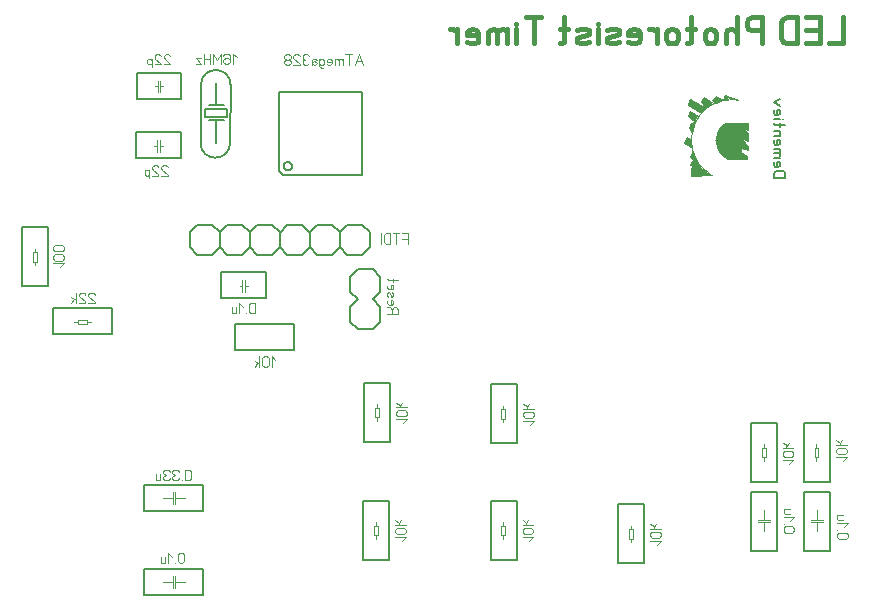
<source format=gbr>
%FSLAX34Y34*%
%MOMM*%
%LNSILK_BOTTOM*%
G71*
G01*
%ADD10C, 0.15*%
%ADD11C, 0.10*%
%ADD12C, 0.11*%
%ADD13C, 0.17*%
%ADD14C, 0.20*%
%ADD15C, 0.40*%
%LPD*%
G54D10*
X172233Y693991D02*
X150233Y693991D01*
X150233Y643991D01*
X172233Y643991D01*
X172233Y693991D01*
G54D11*
X161511Y676031D02*
X161511Y672831D01*
X163111Y672831D01*
X163111Y664931D01*
X159911Y664931D01*
X159911Y672831D01*
X161511Y672831D01*
G54D11*
X161511Y664931D02*
X161511Y661731D01*
G54D12*
X182409Y660138D02*
X185742Y663472D01*
X176853Y663472D01*
G54D12*
X184076Y671249D02*
X178520Y671249D01*
X177409Y670582D01*
X176853Y669249D01*
X176853Y667916D01*
X177409Y666582D01*
X178520Y665916D01*
X184076Y665916D01*
X185187Y666582D01*
X185742Y667916D01*
X185742Y669249D01*
X185187Y670582D01*
X184076Y671249D01*
G54D12*
X184076Y679026D02*
X178520Y679026D01*
X177409Y678359D01*
X176853Y677026D01*
X176853Y675692D01*
X177409Y674359D01*
X178520Y673692D01*
X184076Y673692D01*
X185187Y674359D01*
X185742Y675692D01*
X185742Y677026D01*
X185187Y678359D01*
X184076Y679026D01*
G54D10*
X176682Y603337D02*
X176682Y625337D01*
X226682Y625337D01*
X226682Y603337D01*
X176682Y603337D01*
G54D11*
X194641Y614058D02*
X197842Y614058D01*
X197842Y612458D01*
X205741Y612458D01*
X205742Y615658D01*
X197842Y615658D01*
X197842Y614058D01*
G54D11*
X205742Y614058D02*
X208941Y614058D01*
G54D12*
X206642Y629911D02*
X211976Y629911D01*
X211976Y630467D01*
X211309Y631578D01*
X207309Y634911D01*
X206642Y636022D01*
X206642Y637134D01*
X207309Y638245D01*
X208642Y638800D01*
X209976Y638800D01*
X211309Y638245D01*
X211976Y637134D01*
G54D12*
X198865Y629911D02*
X204198Y629911D01*
X204198Y630467D01*
X203532Y631578D01*
X199532Y634911D01*
X198865Y636022D01*
X198865Y637134D01*
X199532Y638245D01*
X200865Y638800D01*
X202198Y638800D01*
X203532Y638245D01*
X204198Y637134D01*
G54D12*
X196422Y629911D02*
X196422Y638800D01*
G54D12*
X194422Y633245D02*
X192422Y629911D01*
G54D12*
X196422Y632134D02*
X192422Y634911D01*
G54D10*
X812498Y528695D02*
X834498Y528695D01*
X834498Y478695D01*
X812498Y478695D01*
X812498Y528695D01*
G54D11*
X823220Y510735D02*
X823220Y507535D01*
X821620Y507535D01*
X821620Y499635D01*
X824820Y499635D01*
X824820Y507535D01*
X823220Y507535D01*
G54D11*
X823220Y499635D02*
X823220Y496435D01*
G54D12*
X845422Y496179D02*
X848756Y499512D01*
X839867Y499512D01*
G54D12*
X847089Y507289D02*
X841533Y507289D01*
X840422Y506623D01*
X839867Y505289D01*
X839867Y503956D01*
X840422Y502623D01*
X841533Y501956D01*
X847089Y501956D01*
X848200Y502623D01*
X848756Y503956D01*
X848756Y505289D01*
X848200Y506623D01*
X847089Y507289D01*
G54D12*
X839867Y509733D02*
X848756Y509733D01*
G54D12*
X843200Y511733D02*
X839867Y513733D01*
G54D12*
X842089Y509733D02*
X844867Y513733D01*
G54D11*
X288376Y464736D02*
X280376Y464736D01*
X280376Y469736D01*
X280376Y459736D01*
G54D11*
X278376Y469736D02*
X278376Y459736D01*
G54D11*
X278376Y464736D02*
X270376Y464736D01*
G54D10*
X253716Y475741D02*
X253716Y453741D01*
X303716Y453741D01*
X303716Y475741D01*
X253716Y475741D01*
G54D12*
X288200Y487187D02*
X288200Y481632D01*
X288867Y480520D01*
X290200Y479965D01*
X291533Y479965D01*
X292867Y480520D01*
X293533Y481632D01*
X293533Y487187D01*
X292867Y488298D01*
X291533Y488854D01*
X290200Y488854D01*
X288867Y488298D01*
X288200Y487187D01*
G54D12*
X285756Y479965D02*
X285756Y479965D01*
G54D12*
X283312Y487187D02*
X282646Y488298D01*
X281312Y488854D01*
X279979Y488854D01*
X278646Y488298D01*
X277979Y487187D01*
X277979Y486076D01*
X278646Y484965D01*
X279979Y484409D01*
X278646Y483854D01*
X277979Y482743D01*
X277979Y481632D01*
X278646Y480520D01*
X279979Y479965D01*
X281312Y479965D01*
X282646Y480520D01*
X283312Y481632D01*
G54D12*
X275535Y487187D02*
X274869Y488298D01*
X273535Y488854D01*
X272202Y488854D01*
X270869Y488298D01*
X270202Y487187D01*
X270202Y486076D01*
X270869Y484965D01*
X272202Y484409D01*
X270869Y483854D01*
X270202Y482743D01*
X270202Y481632D01*
X270869Y480520D01*
X272202Y479965D01*
X273535Y479965D01*
X274869Y480520D01*
X275535Y481632D01*
G54D12*
X263758Y484965D02*
X263758Y479965D01*
G54D12*
X263758Y481076D02*
X264425Y480187D01*
X265758Y479965D01*
X267092Y480187D01*
X267758Y481076D01*
X267758Y484965D01*
G54D11*
X288376Y394093D02*
X280376Y394093D01*
X280376Y399093D01*
X280376Y389093D01*
G54D11*
X278376Y399093D02*
X278376Y389093D01*
G54D11*
X278376Y394093D02*
X270376Y394093D01*
G54D10*
X253716Y405097D02*
X253716Y383097D01*
X303716Y383097D01*
X303716Y405097D01*
X253716Y405097D01*
G54D12*
X282644Y416940D02*
X282644Y411385D01*
X283310Y410274D01*
X284644Y409718D01*
X285977Y409718D01*
X287310Y410274D01*
X287977Y411385D01*
X287977Y416940D01*
X287310Y418051D01*
X285977Y418607D01*
X284644Y418607D01*
X283310Y418051D01*
X282644Y416940D01*
G54D12*
X280200Y409718D02*
X280200Y409718D01*
G54D12*
X277756Y415274D02*
X274423Y418607D01*
X274423Y409718D01*
G54D12*
X267979Y414718D02*
X267979Y409718D01*
G54D12*
X267979Y410829D02*
X268646Y409940D01*
X269979Y409718D01*
X271312Y409940D01*
X271979Y410829D01*
X271979Y414718D01*
G54D13*
X787158Y735870D02*
X796936Y735870D01*
X796936Y739537D01*
X796325Y741004D01*
X795103Y741737D01*
X788992Y741737D01*
X787769Y741004D01*
X787158Y739537D01*
X787158Y735870D01*
G54D13*
X787769Y749559D02*
X787158Y748386D01*
X787158Y746919D01*
X787769Y745453D01*
X788992Y745159D01*
X791069Y745159D01*
X792292Y745893D01*
X792658Y747359D01*
X792292Y748826D01*
X791436Y749559D01*
X790214Y749559D01*
X790214Y745159D01*
G54D13*
X787158Y752981D02*
X792658Y752981D01*
G54D13*
X791680Y752981D02*
X792658Y754448D01*
X792292Y755915D01*
X791436Y756648D01*
X787158Y756648D01*
G54D13*
X791680Y756648D02*
X792658Y758114D01*
X792292Y759581D01*
X791436Y760314D01*
X787158Y760314D01*
G54D13*
X787769Y768136D02*
X787158Y766963D01*
X787158Y765496D01*
X787769Y764030D01*
X788992Y763736D01*
X791069Y763736D01*
X792292Y764470D01*
X792658Y765936D01*
X792292Y767403D01*
X791436Y768136D01*
X790214Y768136D01*
X790214Y763736D01*
G54D13*
X787158Y771558D02*
X792658Y771558D01*
G54D13*
X791436Y771558D02*
X792292Y772292D01*
X792658Y773758D01*
X792292Y775225D01*
X791436Y775958D01*
X787158Y775958D01*
G54D13*
X796936Y780847D02*
X787769Y780847D01*
X787158Y781580D01*
X787403Y782314D01*
G54D13*
X792658Y779380D02*
X792658Y782314D01*
G54D13*
X787158Y785735D02*
X792658Y785735D01*
G54D13*
X794492Y785735D02*
X794492Y785735D01*
G54D13*
X787769Y793557D02*
X787158Y792384D01*
X787158Y790917D01*
X787769Y789451D01*
X788992Y789157D01*
X791069Y789157D01*
X792292Y789891D01*
X792658Y791357D01*
X792292Y792824D01*
X791436Y793557D01*
X790214Y793557D01*
X790214Y789157D01*
G54D13*
X792658Y796979D02*
X787158Y799913D01*
X792658Y802846D01*
G54D11*
G75*
G01X746500Y782241D02*
G03X746500Y752796I8500J-14723D01*
G01*
G36*
G75*
G01X746500Y782241D02*
G03X746500Y752796I8500J-14723D01*
G01*
G37*
X746500Y782241D01*
G36*
X746499Y782241D02*
X765258Y782241D01*
X765271Y782228D01*
X765271Y776671D01*
X761302Y778259D01*
X764874Y773496D01*
X764874Y766749D01*
X758524Y770321D01*
X764874Y763178D01*
X764874Y759209D01*
X759318Y761193D01*
X759318Y758018D01*
X764477Y754446D01*
X764477Y752065D01*
X747230Y752065D01*
X746499Y752796D01*
X746499Y782241D01*
G37*
G54D11*
X746499Y782241D02*
X765258Y782241D01*
X765271Y782228D01*
X765271Y776671D01*
X761302Y778259D01*
X764874Y773496D01*
X764874Y766749D01*
X758524Y770321D01*
X764874Y763178D01*
X764874Y759209D01*
X759318Y761193D01*
X759318Y758018D01*
X764477Y754446D01*
X764477Y752065D01*
X747230Y752065D01*
X746499Y752796D01*
X746499Y782241D01*
G36*
X756937Y802071D02*
X749793Y803262D01*
X743840Y802071D01*
X745824Y806437D01*
X756937Y802071D01*
G37*
G54D11*
X756937Y802071D02*
X749793Y803262D01*
X743840Y802071D01*
X745824Y806437D01*
X756937Y802071D01*
G54D11*
G75*
G01X756959Y802030D02*
G03X734445Y738101I-5159J-34112D01*
G01*
G36*
X743840Y802071D02*
X738284Y805643D01*
X735108Y802071D01*
X737887Y799690D01*
X743840Y802071D01*
G37*
G54D11*
X743840Y802071D02*
X738284Y805643D01*
X735108Y802071D01*
X737887Y799690D01*
X743840Y802071D01*
G36*
X735902Y798896D02*
X728362Y804056D01*
X725584Y800087D01*
X729949Y794928D01*
X716058Y802865D01*
X714074Y797706D01*
X725187Y790562D01*
X729552Y795324D01*
X735902Y798896D01*
G37*
G54D11*
X735902Y798896D02*
X728362Y804056D01*
X725584Y800087D01*
X729949Y794928D01*
X716058Y802865D01*
X714074Y797706D01*
X725187Y790562D01*
X729552Y795324D01*
X735902Y798896D01*
G36*
X723202Y788181D02*
X719234Y781037D01*
X717646Y773496D01*
X715265Y777862D01*
X717249Y782624D01*
X720027Y783021D01*
X714074Y788181D01*
X716455Y792943D01*
X723202Y788181D01*
G37*
G54D11*
X723202Y788181D02*
X719234Y781037D01*
X717646Y773496D01*
X715265Y777862D01*
X717249Y782624D01*
X720027Y783021D01*
X714074Y788181D01*
X716455Y792943D01*
X723202Y788181D01*
G36*
X716852Y768337D02*
X713280Y770718D01*
X711296Y765162D01*
X717249Y761987D01*
X716852Y768337D01*
G37*
G54D11*
X716852Y768337D02*
X713280Y770718D01*
X711296Y765162D01*
X717249Y761987D01*
X716852Y768337D01*
G36*
X734445Y738101D02*
X730743Y739762D01*
X724790Y744921D01*
X720027Y752859D01*
X718440Y758812D01*
X716058Y753256D01*
X718440Y751271D01*
X716058Y746509D01*
X718440Y745715D01*
X717249Y744524D01*
X717249Y737381D01*
X734445Y738101D01*
G37*
G54D11*
X734445Y738101D02*
X730743Y739762D01*
X724790Y744921D01*
X720027Y752859D01*
X718440Y758812D01*
X716058Y753256D01*
X718440Y751271D01*
X716058Y746509D01*
X718440Y745715D01*
X717249Y744524D01*
X717249Y737381D01*
X734445Y738101D01*
G54D14*
X445102Y677010D02*
X445102Y689710D01*
X438752Y696060D01*
X426052Y696060D01*
X419702Y689710D01*
X413352Y696060D01*
X400652Y696060D01*
X394302Y689710D01*
X394302Y677010D01*
X400652Y670660D01*
X413352Y670660D01*
X419702Y677010D01*
X426052Y670660D01*
X438752Y670660D01*
X445102Y677010D01*
G54D14*
X419702Y689710D02*
X419702Y677010D01*
G54D14*
X394302Y677010D02*
X387952Y670660D01*
X375252Y670660D01*
X368902Y677010D01*
X362552Y670660D01*
X349852Y670660D01*
X343502Y677010D01*
X337152Y670660D01*
X324452Y670660D01*
X318102Y677010D01*
X311752Y670660D01*
X299052Y670660D01*
X292702Y677010D01*
X292702Y689710D01*
X299052Y696060D01*
X311752Y696060D01*
X318102Y689710D01*
X318102Y677010D01*
G54D14*
X318102Y689710D02*
X324452Y696060D01*
X337152Y696060D01*
X343502Y689710D01*
X343502Y677010D01*
G54D14*
X343502Y689710D02*
X349852Y696060D01*
X362552Y696060D01*
X368902Y689710D01*
X368902Y677010D01*
G54D14*
X368902Y689313D02*
X375252Y695663D01*
X387952Y695663D01*
X394302Y689313D01*
G54D14*
X438116Y738294D02*
X438116Y808398D01*
X368012Y808398D01*
X368012Y741850D01*
X371568Y738294D01*
X438116Y738294D01*
G54D14*
X376217Y749444D02*
X375632Y749495D01*
X375048Y749444D01*
X374464Y749292D01*
X373931Y749063D01*
X373423Y748733D01*
X372991Y748327D01*
X372635Y747870D01*
X372356Y747362D01*
X372153Y746803D01*
X372051Y746218D01*
X372051Y745609D01*
X372153Y745025D01*
X372356Y744466D01*
X372635Y743958D01*
X372991Y743501D01*
X373423Y743094D01*
X373931Y742764D01*
X374464Y742536D01*
X375048Y742383D01*
X375632Y742332D01*
X376217Y742383D01*
X376801Y742536D01*
X377334Y742764D01*
X377842Y743094D01*
X378274Y743501D01*
X378630Y743958D01*
X378909Y744466D01*
X379112Y745025D01*
X379214Y745609D01*
X379214Y746218D01*
X379112Y746803D01*
X378909Y747362D01*
X378630Y747870D01*
X378274Y748327D01*
X377842Y748733D01*
X377334Y749063D01*
X376801Y749292D01*
X376217Y749444D01*
G54D12*
X477098Y680022D02*
X477098Y688911D01*
X472431Y688911D01*
G54D12*
X477098Y684467D02*
X472431Y684467D01*
G54D12*
X467320Y680022D02*
X467320Y688911D01*
G54D12*
X469986Y688911D02*
X464653Y688911D01*
G54D12*
X462210Y680022D02*
X462210Y688911D01*
X458876Y688911D01*
X457543Y688356D01*
X456876Y687245D01*
X456876Y681689D01*
X457543Y680578D01*
X458876Y680022D01*
X462210Y680022D01*
G54D12*
X454432Y680022D02*
X454432Y688911D01*
G54D14*
X285574Y802992D02*
X285574Y824992D01*
X247574Y824992D01*
X247574Y802992D01*
X285574Y802992D01*
G54D11*
X270271Y813299D02*
X267431Y813299D01*
X267431Y818299D01*
X267431Y808299D01*
G54D11*
X265431Y818299D02*
X265431Y808299D01*
G54D11*
X265431Y813299D02*
X262987Y813299D01*
G54D12*
X438885Y831582D02*
X435552Y840471D01*
X432219Y831582D01*
G54D12*
X437552Y834916D02*
X433552Y834916D01*
G54D12*
X427108Y831582D02*
X427108Y840471D01*
G54D12*
X429774Y840471D02*
X424441Y840471D01*
G54D12*
X421997Y831582D02*
X421997Y836582D01*
G54D12*
X421997Y835693D02*
X420664Y836582D01*
X419331Y836249D01*
X418664Y835471D01*
X418664Y831582D01*
G54D12*
X418664Y835693D02*
X417331Y836582D01*
X415997Y836249D01*
X415331Y835471D01*
X415331Y831582D01*
G54D12*
X408886Y832138D02*
X409953Y831582D01*
X411286Y831582D01*
X412620Y832138D01*
X412886Y833249D01*
X412886Y835138D01*
X412220Y836249D01*
X410886Y836582D01*
X409553Y836249D01*
X408886Y835471D01*
X408886Y834360D01*
X412886Y834360D01*
G54D12*
X406442Y829916D02*
X405109Y829360D01*
X404176Y829360D01*
X402842Y829916D01*
X402442Y831027D01*
X402442Y836582D01*
G54D12*
X402442Y835138D02*
X403109Y836249D01*
X404442Y836582D01*
X405776Y836249D01*
X406442Y835138D01*
X406442Y832916D01*
X405776Y831804D01*
X404442Y831582D01*
X403109Y831804D01*
X402442Y832916D01*
G54D12*
X399998Y836027D02*
X398665Y836582D01*
X397065Y836582D01*
X395998Y835471D01*
X395998Y831582D01*
G54D12*
X395998Y833249D02*
X396665Y834360D01*
X397998Y834582D01*
X399332Y834360D01*
X399998Y833249D01*
X399732Y832138D01*
X398665Y831582D01*
X397998Y831582D01*
X397732Y831582D01*
X396665Y832138D01*
X395998Y833249D01*
G54D12*
X393554Y838804D02*
X392888Y839916D01*
X391554Y840471D01*
X390221Y840471D01*
X388888Y839916D01*
X388221Y838804D01*
X388221Y837693D01*
X388888Y836582D01*
X390221Y836027D01*
X388888Y835471D01*
X388221Y834360D01*
X388221Y833249D01*
X388888Y832138D01*
X390221Y831582D01*
X391554Y831582D01*
X392888Y832138D01*
X393554Y833249D01*
G54D12*
X380444Y831582D02*
X385777Y831582D01*
X385777Y832138D01*
X385111Y833249D01*
X381111Y836582D01*
X380444Y837693D01*
X380444Y838804D01*
X381111Y839916D01*
X382444Y840471D01*
X383777Y840471D01*
X385111Y839916D01*
X385777Y838804D01*
G54D12*
X374667Y836027D02*
X376000Y836027D01*
X377334Y836582D01*
X378000Y837693D01*
X378000Y838804D01*
X377334Y839916D01*
X376000Y840471D01*
X374667Y840471D01*
X373334Y839916D01*
X372667Y838804D01*
X372667Y837693D01*
X373334Y836582D01*
X374667Y836027D01*
X373334Y835471D01*
X372667Y834360D01*
X372667Y833249D01*
X373334Y832138D01*
X374667Y831582D01*
X376000Y831582D01*
X377334Y832138D01*
X378000Y833249D01*
X378000Y834360D01*
X377334Y835471D01*
X376000Y836027D01*
G54D12*
X332274Y837859D02*
X328940Y841192D01*
X328940Y832303D01*
G54D12*
X321163Y839525D02*
X321830Y840636D01*
X323163Y841192D01*
X324497Y841192D01*
X325830Y840636D01*
X326497Y839525D01*
X326497Y836748D01*
X326497Y836192D01*
X324497Y837303D01*
X323163Y837303D01*
X321830Y836748D01*
X321163Y835636D01*
X321163Y833970D01*
X321830Y832859D01*
X323163Y832303D01*
X324497Y832303D01*
X325830Y832859D01*
X326497Y833970D01*
X326497Y836748D01*
G54D12*
X318720Y832303D02*
X318720Y841192D01*
X315386Y835636D01*
X312053Y841192D01*
X312053Y832303D01*
G54D12*
X309609Y832303D02*
X309609Y841192D01*
G54D12*
X304275Y832303D02*
X304275Y841192D01*
G54D12*
X309609Y836748D02*
X304275Y836748D01*
G54D12*
X301832Y837303D02*
X297832Y837303D01*
X301832Y832303D01*
X297832Y832303D01*
G54D14*
G75*
G01X301768Y765532D02*
G03X326768Y765532I12500J0D01*
G01*
G54D14*
G75*
G01X327168Y814732D02*
G03X302168Y814732I-12500J0D01*
G01*
G54D14*
X301968Y765632D02*
X302068Y814732D01*
G54D14*
X327068Y765632D02*
X327468Y815132D01*
G54D14*
X324468Y787732D02*
X305368Y787732D01*
X305368Y794132D01*
X324468Y794132D01*
X324468Y787732D01*
G54D14*
X321268Y784632D02*
X308568Y784632D01*
G54D14*
X321268Y797232D02*
X308568Y797232D01*
G54D14*
X314868Y797232D02*
X314868Y816332D01*
G54D14*
X314868Y765532D02*
X314868Y784632D01*
G54D14*
X285178Y752589D02*
X285178Y774589D01*
X247178Y774589D01*
X247178Y752589D01*
X285178Y752589D01*
G54D11*
X269874Y762896D02*
X267034Y762896D01*
X267034Y767896D01*
X267034Y757896D01*
G54D11*
X265034Y767896D02*
X265034Y757896D01*
G54D11*
X265034Y762896D02*
X262590Y762896D01*
G54D12*
X270584Y831907D02*
X275917Y831907D01*
X275917Y832462D01*
X275250Y833574D01*
X271250Y836907D01*
X270584Y838018D01*
X270584Y839129D01*
X271250Y840240D01*
X272584Y840796D01*
X273917Y840796D01*
X275250Y840240D01*
X275917Y839129D01*
G54D12*
X262806Y831907D02*
X268140Y831907D01*
X268140Y832462D01*
X267473Y833574D01*
X263473Y836907D01*
X262806Y838018D01*
X262806Y839129D01*
X263473Y840240D01*
X264806Y840796D01*
X266140Y840796D01*
X267473Y840240D01*
X268140Y839129D01*
G54D12*
X260363Y836907D02*
X260363Y829685D01*
G54D12*
X260363Y833574D02*
X259696Y832129D01*
X258363Y831907D01*
X257030Y832129D01*
X256363Y833240D01*
X256363Y835462D01*
X257030Y836574D01*
X258363Y836907D01*
X259696Y836574D01*
X260363Y835240D01*
G54D12*
X268599Y737848D02*
X273932Y737848D01*
X273932Y738403D01*
X273266Y739514D01*
X269266Y742848D01*
X268599Y743959D01*
X268599Y745070D01*
X269266Y746181D01*
X270599Y746736D01*
X271932Y746736D01*
X273266Y746181D01*
X273932Y745070D01*
G54D12*
X260822Y737848D02*
X266156Y737848D01*
X266156Y738403D01*
X265489Y739514D01*
X261489Y742848D01*
X260822Y743959D01*
X260822Y745070D01*
X261489Y746181D01*
X262822Y746736D01*
X264156Y746736D01*
X265489Y746181D01*
X266156Y745070D01*
G54D12*
X258378Y742848D02*
X258378Y735625D01*
G54D12*
X258378Y739514D02*
X257712Y738070D01*
X256378Y737848D01*
X255045Y738070D01*
X254378Y739181D01*
X254378Y741403D01*
X255045Y742514D01*
X256378Y742848D01*
X257712Y742514D01*
X258378Y741181D01*
G54D14*
X357409Y634320D02*
X357409Y656320D01*
X319409Y656320D01*
X319409Y634320D01*
X357409Y634320D01*
G54D11*
X342106Y644627D02*
X339265Y644627D01*
X339265Y649627D01*
X339265Y639627D01*
G54D11*
X337265Y649627D02*
X337265Y639627D01*
G54D11*
X337265Y644627D02*
X334821Y644627D01*
G54D12*
X342841Y628599D02*
X342841Y623043D01*
X343508Y621932D01*
X344841Y621377D01*
X346174Y621377D01*
X347508Y621932D01*
X348174Y623043D01*
X348174Y628599D01*
X347508Y629710D01*
X346174Y630265D01*
X344841Y630265D01*
X343508Y629710D01*
X342841Y628599D01*
G54D12*
X340397Y621377D02*
X340397Y621377D01*
G54D12*
X337953Y626932D02*
X334620Y630265D01*
X334620Y621377D01*
G54D12*
X328176Y626377D02*
X328176Y621377D01*
G54D12*
X328176Y622488D02*
X328843Y621599D01*
X330176Y621377D01*
X331510Y621599D01*
X332176Y622488D01*
X332176Y626377D01*
G54D10*
X440247Y562259D02*
X462247Y562259D01*
X462247Y512259D01*
X440247Y512259D01*
X440247Y562259D01*
G54D11*
X450968Y544299D02*
X450968Y541099D01*
X449368Y541099D01*
X449368Y533199D01*
X452568Y533199D01*
X452568Y541099D01*
X450968Y541099D01*
G54D11*
X450968Y533199D02*
X450968Y529999D01*
G54D12*
X473171Y528155D02*
X476504Y531489D01*
X467615Y531489D01*
G54D12*
X474837Y539266D02*
X469282Y539266D01*
X468171Y538599D01*
X467615Y537266D01*
X467615Y535932D01*
X468171Y534599D01*
X469282Y533932D01*
X474837Y533932D01*
X475948Y534599D01*
X476504Y535932D01*
X476504Y537266D01*
X475948Y538599D01*
X474837Y539266D01*
G54D12*
X467615Y541709D02*
X476504Y541709D01*
G54D12*
X470948Y543709D02*
X467615Y545709D01*
G54D12*
X469837Y541709D02*
X472615Y545709D01*
G54D10*
X547403Y561068D02*
X569403Y561068D01*
X569403Y511068D01*
X547403Y511068D01*
X547403Y561068D01*
G54D11*
X558125Y543108D02*
X558125Y539908D01*
X556524Y539908D01*
X556525Y532008D01*
X559724Y532008D01*
X559725Y539908D01*
X558125Y539908D01*
G54D11*
X558124Y532008D02*
X558125Y528808D01*
G54D12*
X580327Y526965D02*
X583660Y530298D01*
X574771Y530298D01*
G54D12*
X581994Y538075D02*
X576438Y538075D01*
X575327Y537408D01*
X574771Y536075D01*
X574771Y534742D01*
X575327Y533408D01*
X576438Y532742D01*
X581994Y532742D01*
X583105Y533408D01*
X583660Y534742D01*
X583660Y536075D01*
X583105Y537408D01*
X581994Y538075D01*
G54D12*
X574771Y540519D02*
X583660Y540519D01*
G54D12*
X578105Y542519D02*
X574771Y544519D01*
G54D12*
X576994Y540519D02*
X579771Y544519D01*
G54D10*
X439453Y462643D02*
X461453Y462643D01*
X461453Y412643D01*
X439453Y412643D01*
X439453Y462643D01*
G54D11*
X450175Y444683D02*
X450175Y441483D01*
X448574Y441483D01*
X448575Y433583D01*
X451774Y433583D01*
X451775Y441483D01*
X450175Y441483D01*
G54D11*
X450174Y433583D02*
X450175Y430383D01*
G54D12*
X471980Y428540D02*
X475313Y431873D01*
X466424Y431873D01*
G54D12*
X473647Y439650D02*
X468091Y439650D01*
X466980Y438984D01*
X466424Y437650D01*
X466424Y436317D01*
X466980Y434984D01*
X468091Y434317D01*
X473647Y434317D01*
X474758Y434984D01*
X475313Y436317D01*
X475313Y437650D01*
X474758Y438984D01*
X473647Y439650D01*
G54D12*
X466424Y442094D02*
X475313Y442094D01*
G54D12*
X469758Y444094D02*
X466424Y446094D01*
G54D12*
X468647Y442094D02*
X471424Y446094D01*
G54D10*
X547403Y462643D02*
X569403Y462643D01*
X569403Y412643D01*
X547403Y412643D01*
X547403Y462643D01*
G54D11*
X558125Y444683D02*
X558125Y441483D01*
X556524Y441483D01*
X556525Y433583D01*
X559724Y433583D01*
X559725Y441483D01*
X558125Y441483D01*
G54D11*
X558124Y433583D02*
X558125Y430383D01*
G54D12*
X579930Y428540D02*
X583263Y431873D01*
X574374Y431873D01*
G54D12*
X581597Y439650D02*
X576041Y439650D01*
X574930Y438984D01*
X574374Y437650D01*
X574374Y436317D01*
X574930Y434984D01*
X576041Y434317D01*
X581597Y434317D01*
X582708Y434984D01*
X583263Y436317D01*
X583263Y437650D01*
X582708Y438984D01*
X581597Y439650D01*
G54D12*
X574374Y442094D02*
X583263Y442094D01*
G54D12*
X577708Y444094D02*
X574374Y446094D01*
G54D12*
X576597Y442094D02*
X579374Y446094D01*
G54D10*
X655353Y459468D02*
X677353Y459468D01*
X677353Y409468D01*
X655353Y409468D01*
X655353Y459468D01*
G54D11*
X666075Y441508D02*
X666075Y438308D01*
X664474Y438308D01*
X664475Y430408D01*
X667674Y430408D01*
X667675Y438308D01*
X666075Y438308D01*
G54D11*
X666074Y430408D02*
X666075Y427208D01*
G54D12*
X687880Y425365D02*
X691213Y428698D01*
X682324Y428698D01*
G54D12*
X689547Y436475D02*
X683991Y436475D01*
X682880Y435808D01*
X682324Y434475D01*
X682324Y433142D01*
X682880Y431808D01*
X683991Y431142D01*
X689547Y431142D01*
X690658Y431808D01*
X691213Y433142D01*
X691213Y434475D01*
X690658Y435808D01*
X689547Y436475D01*
G54D12*
X682324Y438919D02*
X691213Y438919D01*
G54D12*
X685658Y440919D02*
X682324Y442919D01*
G54D12*
X684547Y438919D02*
X687324Y442919D01*
G54D10*
X768048Y528695D02*
X790048Y528695D01*
X790048Y478695D01*
X768048Y478695D01*
X768048Y528695D01*
G54D11*
X778770Y510735D02*
X778770Y507535D01*
X777170Y507535D01*
X777170Y499635D01*
X780370Y499635D01*
X780370Y507535D01*
X778770Y507535D01*
G54D11*
X778770Y499635D02*
X778770Y496435D01*
G54D12*
X800178Y493798D02*
X803512Y497131D01*
X794623Y497131D01*
G54D12*
X801845Y504908D02*
X796290Y504908D01*
X795178Y504242D01*
X794623Y502908D01*
X794623Y501575D01*
X795178Y500242D01*
X796290Y499575D01*
X801845Y499575D01*
X802956Y500242D01*
X803512Y501575D01*
X803512Y502908D01*
X802956Y504242D01*
X801845Y504908D01*
G54D12*
X794623Y507352D02*
X803512Y507352D01*
G54D12*
X797956Y509352D02*
X794623Y511352D01*
G54D12*
X796845Y507352D02*
X799623Y511352D01*
G54D11*
X823520Y454667D02*
X823520Y446667D01*
X818520Y446667D01*
X828520Y446667D01*
G54D11*
X818520Y444667D02*
X828520Y444667D01*
G54D11*
X823520Y444667D02*
X823520Y436667D01*
G54D10*
X812516Y420006D02*
X834516Y420006D01*
X834516Y470006D01*
X812516Y470006D01*
X812516Y420006D01*
G54D12*
X847900Y435612D02*
X842344Y435612D01*
X841233Y434945D01*
X840678Y433612D01*
X840678Y432279D01*
X841233Y430945D01*
X842344Y430279D01*
X847900Y430279D01*
X849011Y430945D01*
X849566Y432279D01*
X849566Y433612D01*
X849011Y434945D01*
X847900Y435612D01*
G54D12*
X840678Y438056D02*
X840678Y438056D01*
G54D12*
X846233Y440500D02*
X849566Y443833D01*
X840678Y443833D01*
G54D12*
X845678Y450277D02*
X840678Y450277D01*
G54D12*
X841789Y450277D02*
X840900Y449610D01*
X840678Y448277D01*
X840900Y446943D01*
X841789Y446277D01*
X845678Y446277D01*
G54D11*
X779070Y454667D02*
X779070Y446667D01*
X774070Y446667D01*
X784070Y446667D01*
G54D11*
X774070Y444667D02*
X784070Y444667D01*
G54D11*
X779070Y444667D02*
X779070Y436667D01*
G54D10*
X768066Y420006D02*
X790066Y420006D01*
X790066Y470006D01*
X768066Y470006D01*
X768066Y420006D01*
G54D12*
X802656Y440771D02*
X797100Y440771D01*
X795989Y440105D01*
X795434Y438771D01*
X795434Y437438D01*
X795989Y436105D01*
X797100Y435438D01*
X802656Y435438D01*
X803767Y436105D01*
X804323Y437438D01*
X804323Y438771D01*
X803767Y440105D01*
X802656Y440771D01*
G54D12*
X795434Y443215D02*
X795434Y443215D01*
G54D12*
X800989Y445659D02*
X804323Y448992D01*
X795434Y448992D01*
G54D12*
X800434Y455436D02*
X795434Y455436D01*
G54D12*
X796545Y455436D02*
X795656Y454769D01*
X795434Y453436D01*
X795656Y452103D01*
X796545Y451436D01*
X800434Y451436D01*
G54D10*
X330692Y590090D02*
X330692Y612090D01*
X380692Y612090D01*
X380692Y590090D01*
X330692Y590090D01*
G54D12*
X365192Y581738D02*
X361858Y585072D01*
X361858Y576183D01*
G54D12*
X354081Y583405D02*
X354081Y577850D01*
X354748Y576738D01*
X356081Y576183D01*
X357415Y576183D01*
X358748Y576738D01*
X359415Y577850D01*
X359415Y583405D01*
X358748Y584516D01*
X357415Y585072D01*
X356081Y585072D01*
X354748Y584516D01*
X354081Y583405D01*
G54D12*
X351638Y576183D02*
X351638Y585072D01*
G54D12*
X349638Y579516D02*
X347638Y576183D01*
G54D12*
X351638Y578405D02*
X347638Y581183D01*
G54D14*
X434783Y607954D02*
X447483Y607954D01*
X453833Y614304D01*
X453833Y627004D01*
X447483Y633354D01*
X453833Y639704D01*
X453833Y652404D01*
X447483Y658754D01*
X434783Y658754D01*
X428433Y652404D01*
X428433Y639704D01*
X434783Y633354D01*
X428433Y627004D01*
X428433Y614304D01*
X434783Y607954D01*
G54D12*
X464270Y623514D02*
X463158Y625514D01*
X462047Y626181D01*
X459825Y626181D01*
G54D12*
X459825Y620848D02*
X468714Y620848D01*
X468714Y624181D01*
X468158Y625514D01*
X467047Y626181D01*
X465936Y626181D01*
X464825Y625514D01*
X464270Y624181D01*
X464270Y620848D01*
G54D12*
X460381Y632625D02*
X459825Y631558D01*
X459825Y630225D01*
X460381Y628892D01*
X461492Y628625D01*
X463381Y628625D01*
X464492Y629292D01*
X464825Y630625D01*
X464492Y631958D01*
X463714Y632625D01*
X462603Y632625D01*
X462603Y628625D01*
G54D12*
X460381Y635069D02*
X459825Y636402D01*
X459825Y637736D01*
X460381Y639069D01*
X461492Y639069D01*
X462047Y638402D01*
X462603Y635736D01*
X463158Y635069D01*
X464270Y635069D01*
X464825Y636402D01*
X464825Y637736D01*
X464270Y639069D01*
G54D12*
X460381Y645513D02*
X459825Y644446D01*
X459825Y643113D01*
X460381Y641780D01*
X461492Y641513D01*
X463381Y641513D01*
X464492Y642180D01*
X464825Y643513D01*
X464492Y644846D01*
X463714Y645513D01*
X462603Y645513D01*
X462603Y641513D01*
G54D12*
X468714Y649290D02*
X460381Y649290D01*
X459825Y649957D01*
X460047Y650624D01*
G54D12*
X464825Y647957D02*
X464825Y650624D01*
G54D15*
X845466Y871999D02*
X845466Y849777D01*
X833799Y849777D01*
G54D15*
X814354Y849777D02*
X826021Y849777D01*
X826021Y871999D01*
X814354Y871999D01*
G54D15*
X826021Y860888D02*
X814354Y860888D01*
G54D15*
X806576Y849777D02*
X806576Y871999D01*
X798242Y871999D01*
X794909Y870610D01*
X793242Y867832D01*
X793242Y853943D01*
X794909Y851166D01*
X798242Y849777D01*
X806576Y849777D01*
G54D15*
X777354Y849777D02*
X777354Y871999D01*
X769020Y871999D01*
X765687Y870610D01*
X764020Y867832D01*
X764020Y865054D01*
X765687Y862277D01*
X769020Y860888D01*
X777354Y860888D01*
G54D15*
X756243Y849777D02*
X756243Y871999D01*
G54D15*
X756243Y858666D02*
X754576Y861443D01*
X751243Y862277D01*
X747909Y861443D01*
X746243Y858666D01*
X746243Y849777D01*
G54D15*
X728465Y853110D02*
X728465Y858666D01*
X730131Y861443D01*
X733465Y862277D01*
X736798Y861443D01*
X738465Y858666D01*
X738465Y853110D01*
X736798Y850332D01*
X733465Y849777D01*
X730131Y850332D01*
X728465Y853110D01*
G54D15*
X717353Y871999D02*
X717353Y851166D01*
X715687Y849777D01*
X714020Y850332D01*
G54D15*
X720687Y862277D02*
X714020Y862277D01*
G54D15*
X696242Y853110D02*
X696242Y858666D01*
X697908Y861443D01*
X701242Y862277D01*
X704575Y861443D01*
X706242Y858666D01*
X706242Y853110D01*
X704575Y850332D01*
X701242Y849777D01*
X697908Y850332D01*
X696242Y853110D01*
G54D15*
X688464Y849777D02*
X688464Y862277D01*
G54D15*
X688464Y859499D02*
X685130Y862277D01*
X681797Y862277D01*
G54D15*
X664019Y851166D02*
X666685Y849777D01*
X670019Y849777D01*
X673352Y851166D01*
X674019Y853943D01*
X674019Y858666D01*
X672352Y861443D01*
X669019Y862277D01*
X665685Y861443D01*
X664019Y859499D01*
X664019Y856721D01*
X674019Y856721D01*
G54D15*
X656241Y851166D02*
X652907Y849777D01*
X649574Y849777D01*
X646241Y851166D01*
X646241Y853943D01*
X647907Y855332D01*
X654574Y856721D01*
X656241Y858110D01*
X656241Y860888D01*
X652907Y862277D01*
X649574Y862277D01*
X646241Y860888D01*
G54D15*
X638463Y849777D02*
X638463Y862277D01*
G54D15*
X638463Y866443D02*
X638463Y866443D01*
G54D15*
X630685Y851166D02*
X627351Y849777D01*
X624018Y849777D01*
X620685Y851166D01*
X620685Y853943D01*
X622351Y855332D01*
X629018Y856721D01*
X630685Y858110D01*
X630685Y860888D01*
X627351Y862277D01*
X624018Y862277D01*
X620685Y860888D01*
G54D15*
X609573Y871999D02*
X609573Y851166D01*
X607907Y849777D01*
X606240Y850332D01*
G54D15*
X612907Y862277D02*
X606240Y862277D01*
G54D15*
X583684Y849777D02*
X583684Y871999D01*
G54D15*
X590351Y871999D02*
X577017Y871999D01*
G54D15*
X569240Y849777D02*
X569240Y862277D01*
G54D15*
X569240Y866443D02*
X569240Y866443D01*
G54D15*
X561462Y849777D02*
X561462Y862277D01*
G54D15*
X561462Y860054D02*
X558128Y862277D01*
X554795Y861443D01*
X553128Y859499D01*
X553128Y849777D01*
G54D15*
X553128Y860054D02*
X549795Y862277D01*
X546462Y861443D01*
X544795Y859499D01*
X544795Y849777D01*
G54D15*
X527017Y851166D02*
X529683Y849777D01*
X533017Y849777D01*
X536350Y851166D01*
X537017Y853943D01*
X537017Y858666D01*
X535350Y861443D01*
X532017Y862277D01*
X528683Y861443D01*
X527017Y859499D01*
X527017Y856721D01*
X537017Y856721D01*
G54D15*
X519239Y849777D02*
X519239Y862277D01*
G54D15*
X519239Y859499D02*
X515905Y862277D01*
X512572Y862277D01*
M02*

</source>
